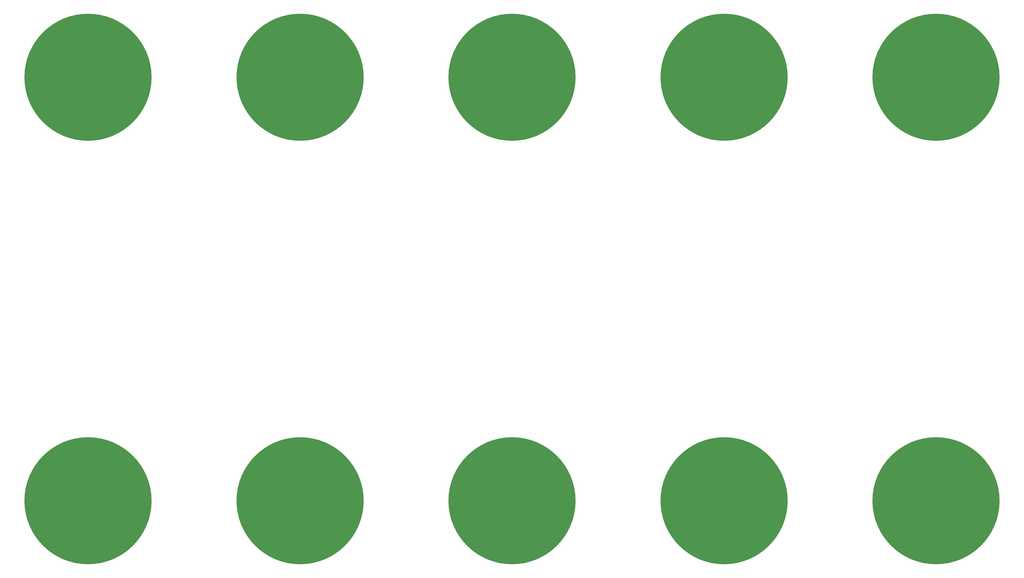
<source format=gbr>
G04 EasyPC Gerber Version 21.0.3 Build 4286 *
G04 #@! TF.Part,Single*
G04 #@! TF.FileFunction,Copper,L1,Bot *
G04 #@! TF.FilePolarity,Positive *
%FSLAX35Y35*%
%MOIN*%
G04 #@! TA.AperFunction,WasherPad*
%ADD15C,2.14920*%
X0Y0D02*
D02*
D15*
X725400Y2158200D03*
Y2874600D03*
X1083600Y2158200D03*
Y2874600D03*
X1441800Y2158200D03*
Y2874600D03*
X1800000Y2158200D03*
Y2874600D03*
X2158200Y2158200D03*
Y2874600D03*
X0Y0D02*
M02*

</source>
